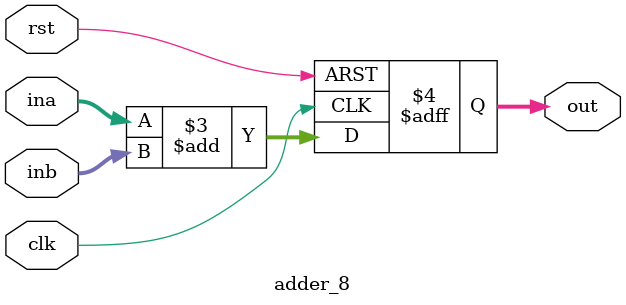
<source format=v>
`timescale 1ps/1ps

module adder_8 (rst, clk, ina, inb ,out);

	input rst, clk;
	input [7:0] ina, inb;
	output [7:0] out;
	reg [7:0] out;
	
	always @ (negedge rst or posedge clk) begin
		if(rst == 0) begin
			out <= #1 8'b00000000;
		end else begin
			out <= #1 ina + inb;
		end
	end

endmodule

</source>
